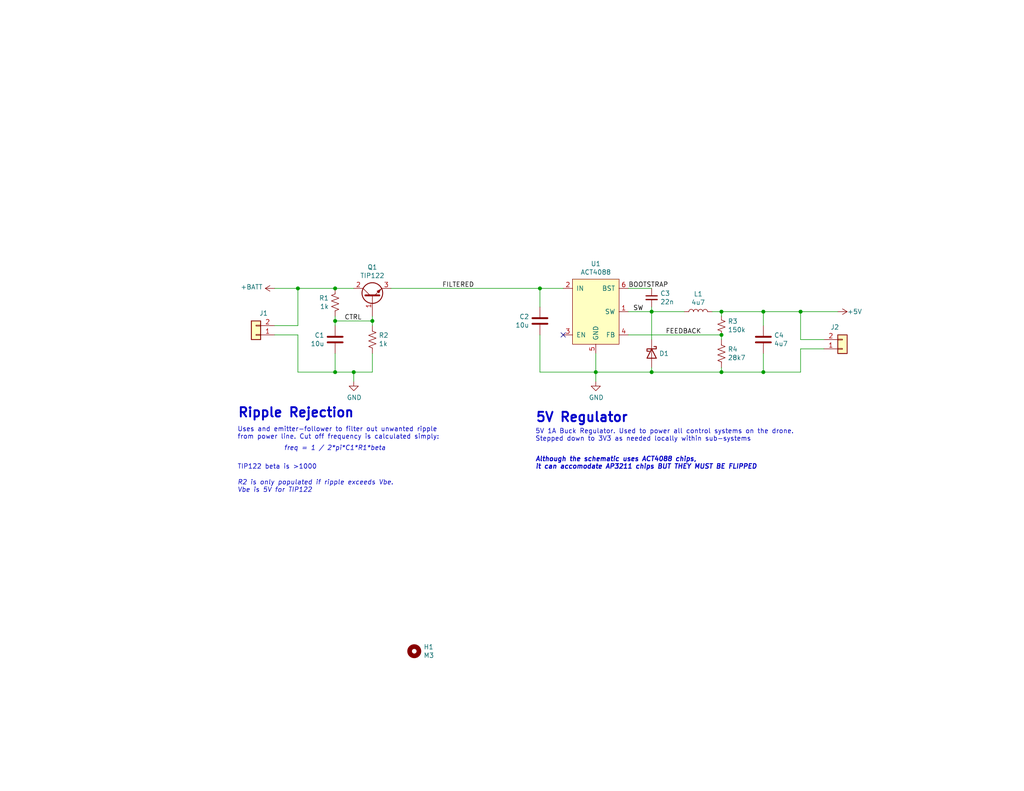
<source format=kicad_sch>
(kicad_sch (version 20230121) (generator eeschema)
  (paper "USLetter")
  (title_block (title "Ripple Rejecting Regulator") (date "2022-04-05") (rev "1.1") (company "Savo Bajic") (comment 3 "Designed to remove noise from motor switching") (comment 4 "Used to generate 5V at about 1A for drone control circuitry"))
  (lib_symbols
    (symbol "Connector_Generic:Conn_01x02" (pin_names (offset 1.016) hide)
      (property "Reference" "J" (at 0 2.54 0))
      (property "Value" "Conn_01x02" (at 0 -5.08 0))
      (symbol "Conn_01x02_1_1"
        (rectangle (start -1.27 -2.413) (end 0 -2.667) (stroke (width 0.1524)))
        (rectangle (start -1.27 0.127) (end 0 -0.127) (stroke (width 0.1524)))
        (rectangle (start -1.27 1.27) (end 1.27 -3.81) (stroke (width 0.254)) (fill (type background)))
        (pin passive line (at -5.08 0 0) (length 3.81) (name "Pin_1") (number "1"))
        (pin passive line (at -5.08 -2.54 0) (length 3.81) (name "Pin_2") (number "2"))
      )
    )
    (symbol "Device:C" (pin_numbers hide) (pin_names (offset 0.254))
      (property "Reference" "C" (at 0.635 2.54 0))
      (property "Value" "C" (at 0.635 -2.54 0))
      (symbol "C_0_1"
        (polyline (pts (xy -2.032 -0.762) (xy 2.032 -0.762)) (stroke (width 0.508)))
        (polyline (pts (xy -2.032 0.762) (xy 2.032 0.762)) (stroke (width 0.508)))
      )
      (symbol "C_1_1"
        (pin passive line (at 0 3.81 270) (length 2.794) (name "~") (number "1"))
        (pin passive line (at 0 -3.81 90) (length 2.794) (name "~") (number "2"))
      )
    )
    (symbol "Device:C_Small" (pin_numbers hide) (pin_names (offset 0.254) hide)
      (property "Reference" "C" (at 0.254 1.778 0))
      (property "Value" "C_Small" (at 0.254 -2.032 0))
      (symbol "C_Small_0_1"
        (polyline (pts (xy -1.524 -0.508) (xy 1.524 -0.508)) (stroke (width 0.3302)))
        (polyline (pts (xy -1.524 0.508) (xy 1.524 0.508)) (stroke (width 0.3048)))
      )
      (symbol "C_Small_1_1"
        (pin passive line (at 0 2.54 270) (length 2.032) (name "~") (number "1"))
        (pin passive line (at 0 -2.54 90) (length 2.032) (name "~") (number "2"))
      )
    )
    (symbol "Device:D_Schottky" (pin_numbers hide) (pin_names (offset 1.016) hide)
      (property "Reference" "D" (at 0 2.54 0))
      (property "Value" "D_Schottky" (at 0 -2.54 0))
      (symbol "D_Schottky_0_1"
        (polyline (pts (xy 1.27 0) (xy -1.27 0)))
        (polyline (pts (xy 1.27 1.27) (xy 1.27 -1.27) (xy -1.27 0) (xy 1.27 1.27)) (stroke (width 0.254)))
        (polyline (pts (xy -1.905 0.635) (xy -1.905 1.27) (xy -1.27 1.27) (xy -1.27 -1.27) (xy -0.635 -1.27) (xy -0.635 -0.635)) (stroke (width 0.254)))
      )
      (symbol "D_Schottky_1_1"
        (pin passive line (at -3.81 0 0) (length 2.54) (name "K") (number "1"))
        (pin passive line (at 3.81 0 180) (length 2.54) (name "A") (number "2"))
      )
    )
    (symbol "Device:L" (pin_numbers hide) (pin_names (offset 1.016) hide)
      (property "Reference" "L" (at -1.27 0 90))
      (property "Value" "L" (at 1.905 0 90))
      (symbol "L_0_1"
        (arc (start 0 -2.54) (mid 0.6323 -1.905) (end 0 -1.27))
        (arc (start 0 -1.27) (mid 0.6323 -0.635) (end 0 0))
        (arc (start 0 0) (mid 0.6323 0.635) (end 0 1.27))
        (arc (start 0 1.27) (mid 0.6323 1.905) (end 0 2.54))
      )
      (symbol "L_1_1"
        (pin passive line (at 0 3.81 270) (length 1.27) (name "1") (number "1"))
        (pin passive line (at 0 -3.81 90) (length 1.27) (name "2") (number "2"))
      )
    )
    (symbol "Device:Q_NPN_BCE" (pin_names (offset 0) hide)
      (property "Reference" "Q" (at 5.08 1.27 0))
      (property "Value" "Q_NPN_BCE" (at 5.08 -1.27 0))
      (symbol "Q_NPN_BCE_0_1"
        (polyline (pts (xy 0.635 0.635) (xy 2.54 2.54)))
        (polyline (pts (xy 0.635 -0.635) (xy 2.54 -2.54) (xy 2.54 -2.54)))
        (polyline (pts (xy 0.635 1.905) (xy 0.635 -1.905) (xy 0.635 -1.905)) (stroke (width 0.508)))
        (polyline (pts (xy 1.27 -1.778) (xy 1.778 -1.27) (xy 2.286 -2.286) (xy 1.27 -1.778) (xy 1.27 -1.778)) (fill (type outline)))
        (circle (center 1.27 0) (radius 2.8194) (stroke (width 0.254)))
      )
      (symbol "Q_NPN_BCE_1_1"
        (pin input line (at -5.08 0 0) (length 5.715) (name "B") (number "1"))
        (pin passive line (at 2.54 5.08 270) (length 2.54) (name "C") (number "2"))
        (pin passive line (at 2.54 -5.08 90) (length 2.54) (name "E") (number "3"))
      )
    )
    (symbol "Device:R_Small_US" (pin_numbers hide) (pin_names (offset 0.254) hide)
      (property "Reference" "R" (at 0.762 0.508 0))
      (property "Value" "R_Small_US" (at 0.762 -1.016 0))
      (symbol "R_Small_US_1_1"
        (polyline (pts (xy 0 0) (xy 1.016 -0.381) (xy 0 -0.762) (xy -1.016 -1.143) (xy 0 -1.524)))
        (polyline (pts (xy 0 1.524) (xy 1.016 1.143) (xy 0 0.762) (xy -1.016 0.381) (xy 0 0)))
        (pin passive line (at 0 2.54 270) (length 1.016) (name "~") (number "1"))
        (pin passive line (at 0 -2.54 90) (length 1.016) (name "~") (number "2"))
      )
    )
    (symbol "Device:R_US" (pin_numbers hide) (pin_names (offset 0))
      (property "Reference" "R" (at 2.54 0 90))
      (property "Value" "R_US" (at -2.54 0 90))
      (symbol "R_US_0_1"
        (polyline (pts (xy 0 -2.286) (xy 0 -2.54)))
        (polyline (pts (xy 0 2.286) (xy 0 2.54)))
        (polyline (pts (xy 0 -0.762) (xy 1.016 -1.143) (xy 0 -1.524) (xy -1.016 -1.905) (xy 0 -2.286)))
        (polyline (pts (xy 0 0.762) (xy 1.016 0.381) (xy 0 0) (xy -1.016 -0.381) (xy 0 -0.762)))
        (polyline (pts (xy 0 2.286) (xy 1.016 1.905) (xy 0 1.524) (xy -1.016 1.143) (xy 0 0.762)))
      )
      (symbol "R_US_1_1"
        (pin passive line (at 0 3.81 270) (length 1.27) (name "~") (number "1"))
        (pin passive line (at 0 -3.81 90) (length 1.27) (name "~") (number "2"))
      )
    )
    (symbol "ESC_parts:ACT4088" (pin_names (offset 1.016))
      (property "Reference" "U" (at 0 10.16 0))
      (property "Value" "ACT4088" (at 0 2.54 0))
      (symbol "ACT4088_0_1"
        (rectangle (start -6.35 8.89) (end 6.35 -8.89) (fill (type background)))
      )
      (symbol "ACT4088_1_1"
        (pin power_out line (at 8.89 0 180) (length 2.54) (name "SW") (number "1"))
        (pin power_in line (at -8.89 6.35 0) (length 2.54) (name "IN") (number "2"))
        (pin input line (at -8.89 -6.35 0) (length 2.54) (name "EN") (number "3"))
        (pin input line (at 8.89 -6.35 180) (length 2.54) (name "FB") (number "4"))
        (pin power_in line (at 0 -11.43 90) (length 2.54) (name "GND") (number "5"))
        (pin passive line (at 8.89 6.35 180) (length 2.54) (name "BST") (number "6"))
      )
    )
    (symbol "Mechanical:MountingHole" (pin_names (offset 1.016))
      (property "Reference" "H" (at 0 5.08 0))
      (property "Value" "MountingHole" (at 0 3.175 0))
      (symbol "MountingHole_0_1"
        (circle (center 0 0) (radius 1.27) (stroke (width 1.27)))
      )
    )
    (symbol "power:+5V" (power) (pin_names (offset 0))
      (property "Value" "+5V" (at 0 3.556 0))
      (symbol "+5V_0_1"
        (polyline (pts (xy -0.762 1.27) (xy 0 2.54)))
        (polyline (pts (xy 0 0) (xy 0 2.54)))
        (polyline (pts (xy 0 2.54) (xy 0.762 1.27)))
      )
      (symbol "+5V_1_1"
        (pin power_in line (at 0 0 90) (length 0) hide (name "+5V") (number "1"))
      )
    )
    (symbol "power:+BATT" (power) (pin_names (offset 0))
      (property "Value" "+BATT" (at 0 3.556 0))
      (symbol "+BATT_0_1"
        (polyline (pts (xy -0.762 1.27) (xy 0 2.54)))
        (polyline (pts (xy 0 0) (xy 0 2.54)))
        (polyline (pts (xy 0 2.54) (xy 0.762 1.27)))
      )
      (symbol "+BATT_1_1"
        (pin power_in line (at 0 0 90) (length 0) hide (name "+BATT") (number "1"))
      )
    )
    (symbol "power:GND" (power) (pin_names (offset 0))
      (property "Value" "GND" (at 0 -3.81 0))
      (symbol "GND_0_1"
        (polyline (pts (xy 0 0) (xy 0 -1.27) (xy 1.27 -1.27) (xy 0 -2.54) (xy -1.27 -1.27) (xy 0 -1.27)))
      )
      (symbol "GND_1_1"
        (pin power_in line (at 0 0 270) (length 0) hide (name "GND") (number "1"))
      )
    )
  )
  (junction (at 91.44 78.74))
  (junction (at 177.8 85.09))
  (junction (at 196.85 85.09))
  (junction (at 208.28 101.6))
  (junction (at 81.28 78.74))
  (junction (at 196.85 91.44))
  (junction (at 96.52 101.6))
  (junction (at 101.6 87.63))
  (junction (at 218.44 85.09))
  (junction (at 196.85 101.6))
  (junction (at 91.44 87.63))
  (junction (at 147.32 78.74))
  (junction (at 91.44 101.6))
  (junction (at 162.56 101.6))
  (junction (at 208.28 85.09))
  (junction (at 177.8 101.6))
  (no_connect (at 153.67 91.44))
  (wire (pts (xy 177.8 78.74) (xy 171.45 78.74)))
  (wire (pts (xy 196.85 91.44) (xy 196.85 92.71)))
  (wire (pts (xy 186.69 85.09) (xy 177.8 85.09)))
  (wire (pts (xy 224.79 92.71) (xy 218.44 92.71)))
  (wire (pts (xy 91.44 86.36) (xy 91.44 87.63)))
  (wire (pts (xy 194.31 85.09) (xy 196.85 85.09)))
  (wire (pts (xy 208.28 101.6) (xy 208.28 96.52)))
  (wire (pts (xy 91.44 96.52) (xy 91.44 101.6)))
  (wire (pts (xy 74.93 91.44) (xy 81.28 91.44)))
  (wire (pts (xy 147.32 101.6) (xy 147.32 91.44)))
  (wire (pts (xy 81.28 78.74) (xy 74.93 78.74)))
  (wire (pts (xy 101.6 101.6) (xy 101.6 96.52)))
  (wire (pts (xy 177.8 85.09) (xy 171.45 85.09)))
  (wire (pts (xy 81.28 91.44) (xy 81.28 101.6)))
  (wire (pts (xy 218.44 95.25) (xy 218.44 101.6)))
  (wire (pts (xy 106.68 78.74) (xy 147.32 78.74)))
  (wire (pts (xy 196.85 101.6) (xy 177.8 101.6)))
  (wire (pts (xy 91.44 87.63) (xy 101.6 87.63)))
  (wire (pts (xy 96.52 104.14) (xy 96.52 101.6)))
  (wire (pts (xy 81.28 88.9) (xy 81.28 78.74)))
  (wire (pts (xy 162.56 96.52) (xy 162.56 101.6)))
  (wire (pts (xy 147.32 78.74) (xy 153.67 78.74)))
  (wire (pts (xy 81.28 101.6) (xy 91.44 101.6)))
  (wire (pts (xy 196.85 101.6) (xy 208.28 101.6)))
  (wire (pts (xy 96.52 101.6) (xy 101.6 101.6)))
  (wire (pts (xy 208.28 85.09) (xy 218.44 85.09)))
  (wire (pts (xy 162.56 101.6) (xy 147.32 101.6)))
  (wire (pts (xy 218.44 85.09) (xy 228.6 85.09)))
  (wire (pts (xy 91.44 78.74) (xy 81.28 78.74)))
  (wire (pts (xy 147.32 83.82) (xy 147.32 78.74)))
  (wire (pts (xy 91.44 101.6) (xy 96.52 101.6)))
  (wire (pts (xy 224.79 95.25) (xy 218.44 95.25)))
  (wire (pts (xy 218.44 92.71) (xy 218.44 85.09)))
  (wire (pts (xy 162.56 101.6) (xy 162.56 104.14)))
  (wire (pts (xy 208.28 85.09) (xy 208.28 88.9)))
  (wire (pts (xy 196.85 100.33) (xy 196.85 101.6)))
  (wire (pts (xy 177.8 101.6) (xy 162.56 101.6)))
  (wire (pts (xy 171.45 91.44) (xy 196.85 91.44)))
  (wire (pts (xy 218.44 101.6) (xy 208.28 101.6)))
  (wire (pts (xy 177.8 101.6) (xy 177.8 100.33)))
  (wire (pts (xy 101.6 87.63) (xy 101.6 88.9)))
  (wire (pts (xy 91.44 78.74) (xy 96.52 78.74)))
  (wire (pts (xy 74.93 88.9) (xy 81.28 88.9)))
  (wire (pts (xy 196.85 85.09) (xy 208.28 85.09)))
  (wire (pts (xy 196.85 85.09) (xy 196.85 86.36)))
  (wire (pts (xy 101.6 86.36) (xy 101.6 87.63)))
  (wire (pts (xy 177.8 92.71) (xy 177.8 85.09)))
  (wire (pts (xy 91.44 87.63) (xy 91.44 88.9)))
  (wire (pts (xy 177.8 83.82) (xy 177.8 85.09)))
  (text "5V 1A Buck Regulator. Used to power all control systems on the drone.\nStepped down to 3V3 as needed locally within sub-systems" (at 146.05 120.65 0) (effects (font (size 1.27 1.27)) (justify left bottom)))
  (text "R2 is only populated if ripple exceeds Vbe.\nVbe is 5V for TIP122" (at 64.77 134.62 0) (effects (font (size 1.27 1.27) italic) (justify left bottom)))
  (text "Ripple Rejection" (at 64.77 114.3 0) (effects (font (size 2.54 2.54) (thickness 0.508) bold) (justify left bottom)))
  (text "Although the schematic uses ACT4088 chips, \nit can accomodate AP3211 chips BUT THEY MUST BE FLIPPED" (at 146.05 128.27 0) (effects (font (size 1.27 1.27) (thickness 0.254) bold italic) (justify left bottom)))
  (text "Uses and emitter-follower to filter out unwanted ripple\nfrom power line. Cut off frequency is calculated simply:\n\n\n\nTIP122 beta is >1000" (at 64.77 128.27 0) (effects (font (size 1.27 1.27)) (justify left bottom)))
  (text "5V Regulator" (at 146.05 115.57 0) (effects (font (size 2.54 2.54) (thickness 0.508) bold) (justify left bottom)))
  (text "freq = 1 / 2*pi*C1*R1*beta" (at 77.47 123.19 0) (effects (font (size 1.27 1.27) italic) (justify left bottom)))
  (label "BOOTSTRAP" (at 171.45 78.74 0))
  (label "CTRL" (at 93.98 87.63 0))
  (label "SW" (at 172.72 85.09 0))
  (label "FILTERED" (at 120.65 78.74 0))
  (label "FEEDBACK" (at 181.61 91.44 0))
  (symbol (lib_id "power:+BATT") (at 74.93 78.74 90) (unit 1)
    (property "Reference" "#PWR01" (effects hide))
    (property "Value" "+BATT" (at 71.7042 78.359 90) (effects (justify left)))
  )
  (symbol (lib_id "Device:C") (at 147.32 87.63 0) (mirror x) (unit 1)
    (property "Reference" "C2" (at 144.399 86.4616 0) (effects (justify right)))
    (property "Value" "10u" (at 144.399 88.773 0) (effects (justify right)))
    (property "Footprint" "Capacitor_SMD:C_0805_2012Metric" (effects hide))
  )
  (symbol (lib_id "Device:C") (at 208.28 92.71 0) (unit 1)
    (property "Reference" "C4" (at 211.201 91.5416 0) (effects (justify left)))
    (property "Value" "4u7" (at 211.201 93.853 0) (effects (justify left)))
    (property "Footprint" "Capacitor_SMD:C_0805_2012Metric" (effects hide))
  )
  (symbol (lib_id "ESC_parts:ACT4088") (at 162.56 85.09 0) (unit 1)
    (property "Reference" "U1" (at 162.56 72.009 0))
    (property "Value" "ACT4088" (at 162.56 74.3204 0))
    (property "Footprint" "Package_TO_SOT_SMD:SOT-23-6" (effects hide))
  )
  (symbol (lib_id "Device:D_Schottky") (at 177.8 96.52 270) (unit 1)
    (property "Reference" "D1" (at 179.832 96.52 90) (effects (justify left)))
    (property "Value" "0v7" (effects hide))
    (property "Footprint" "Diode_SMD:D_SOD-323" (effects hide))
  )
  (symbol (lib_id "power:GND") (at 162.56 104.14 0) (unit 1)
    (property "Reference" "#PWR03" (effects hide))
    (property "Value" "GND" (at 162.687 108.5342 0))
  )
  (symbol (lib_id "power:+5V") (at 228.6 85.09 270) (unit 1)
    (property "Reference" "#PWR04" (effects hide))
    (property "Value" "+5V" (at 231.14 85.09 90) (effects (justify left)))
  )
  (symbol (lib_id "Device:R_US") (at 196.85 96.52 0) (unit 1)
    (property "Reference" "R4" (at 198.5772 95.3516 0) (effects (justify left)))
    (property "Value" "28k7" (at 198.5772 97.663 0) (effects (justify left)))
    (property "Footprint" "Resistor_SMD:R_0402_1005Metric" (effects hide))
  )
  (symbol (lib_id "Device:R_Small_US") (at 196.85 88.9 0) (unit 1)
    (property "Reference" "R3" (at 198.5772 87.7316 0) (effects (justify left)))
    (property "Value" "150k" (at 198.5772 90.043 0) (effects (justify left)))
    (property "Footprint" "Resistor_SMD:R_0402_1005Metric" (effects hide))
  )
  (symbol (lib_id "Device:C_Small") (at 177.8 81.28 0) (mirror y) (unit 1)
    (property "Reference" "C3" (at 180.1368 80.1116 0) (effects (justify right)))
    (property "Value" "22n" (at 180.1368 82.423 0) (effects (justify right)))
    (property "Footprint" "Capacitor_SMD:C_0402_1005Metric" (effects hide))
  )
  (symbol (lib_id "Device:L") (at 190.5 85.09 90) (unit 1)
    (property "Reference" "L1" (at 190.5 80.264 90))
    (property "Value" "4u7" (at 190.5 82.5754 90))
    (property "Footprint" "Inductor_SMD:L_Taiyo-Yuden_NR-30xx" (effects hide))
  )
  (symbol (lib_id "Device:C") (at 91.44 92.71 0) (mirror x) (unit 1)
    (property "Reference" "C1" (at 88.519 91.5416 0) (effects (justify right)))
    (property "Value" "10u" (at 88.519 93.853 0) (effects (justify right)))
    (property "Footprint" "Capacitor_THT:C_Radial_D6.3mm_H7.0mm_P2.50mm" (effects hide))
  )
  (symbol (lib_id "Device:R_US") (at 91.44 82.55 0) (mirror x) (unit 1)
    (property "Reference" "R1" (at 89.7382 81.3816 0) (effects (justify right)))
    (property "Value" "1k" (at 89.7382 83.693 0) (effects (justify right)))
    (property "Footprint" "Resistor_THT:R_Axial_DIN0207_L6.3mm_D2.5mm_P2.54mm_Vertical" (effects hide))
  )
  (symbol (lib_id "Device:R_US") (at 101.6 92.71 180) (unit 1)
    (property "Reference" "R2" (at 103.3272 91.5416 0) (effects (justify right)))
    (property "Value" "1k" (at 103.3272 93.853 0) (effects (justify right)))
    (property "Footprint" "Resistor_THT:R_Axial_DIN0207_L6.3mm_D2.5mm_P2.54mm_Vertical" (effects hide))
  )
  (symbol (lib_id "Device:Q_NPN_BCE") (at 101.6 81.28 90) (unit 1)
    (property "Reference" "Q1" (at 101.6 72.9488 90))
    (property "Value" "TIP122" (at 101.6 75.2602 90))
    (property "Footprint" "Package_TO_SOT_THT:TO-220-3_Vertical" (effects hide))
  )
  (symbol (lib_id "power:GND") (at 96.52 104.14 0) (unit 1)
    (property "Reference" "#PWR02" (effects hide))
    (property "Value" "GND" (at 96.647 108.5342 0))
  )
  (symbol (lib_id "Connector_Generic:Conn_01x02") (at 229.87 95.25 0) (mirror x) (unit 1)
    (property "Reference" "J2" (at 227.7872 89.3318 0))
    (property "Value" "Conn_01x02" (effects hide))
    (property "Footprint" "Connector_PinHeader_2.54mm:PinHeader_1x02_P2.54mm_Vertical" (effects hide))
  )
  (symbol (lib_id "Connector_Generic:Conn_01x02") (at 69.85 91.44 180) (unit 1)
    (property "Reference" "J1" (at 71.9328 85.5218 0))
    (property "Value" "Conn_01x02" (effects hide))
    (property "Footprint" "Connector_PinHeader_2.54mm:PinHeader_1x02_P2.54mm_Vertical" (effects hide))
  )
  (symbol (lib_id "Mechanical:MountingHole") (at 113.03 177.8 0) (unit 1)
    (property "Reference" "H1" (at 115.57 176.6316 0) (effects (justify left)))
    (property "Value" "M3" (at 115.57 178.943 0) (effects (justify left)))
    (property "Footprint" "MountingHole:MountingHole_3.2mm_M3" (effects hide))
  )
)
</source>
